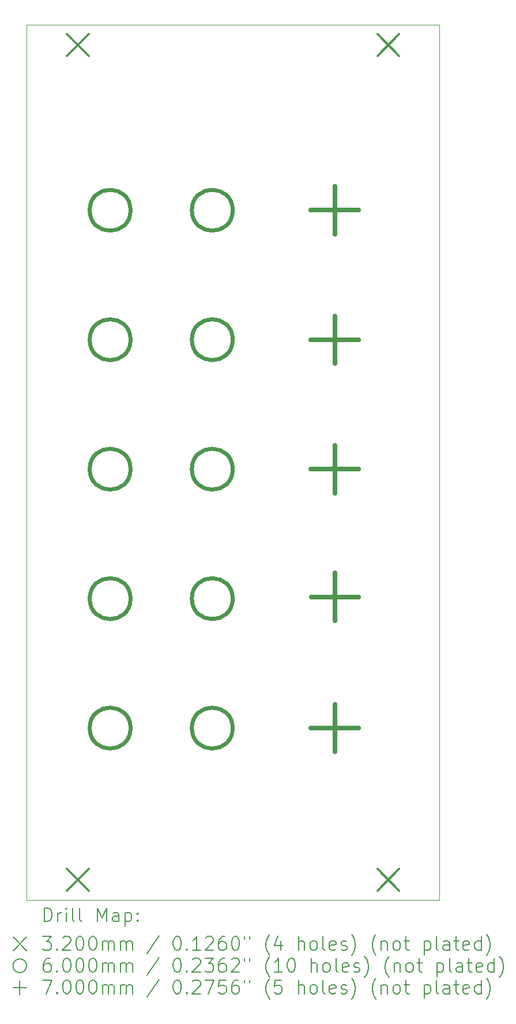
<source format=gbr>
%FSLAX45Y45*%
G04 Gerber Fmt 4.5, Leading zero omitted, Abs format (unit mm)*
G04 Created by KiCad (PCBNEW (6.0.4)) date 2023-11-12 13:57:50*
%MOMM*%
%LPD*%
G01*
G04 APERTURE LIST*
%TA.AperFunction,Profile*%
%ADD10C,0.050000*%
%TD*%
%ADD11C,0.200000*%
%ADD12C,0.320000*%
%ADD13C,0.600000*%
%ADD14C,0.700000*%
G04 APERTURE END LIST*
D10*
X6000000Y-3400000D02*
X12060000Y-3400000D01*
X12060000Y-3400000D02*
X12060000Y-16250000D01*
X12060000Y-16250000D02*
X6000000Y-16250000D01*
X6000000Y-16250000D02*
X6000000Y-3400000D01*
D11*
D12*
X6590000Y-3540000D02*
X6910000Y-3860000D01*
X6910000Y-3540000D02*
X6590000Y-3860000D01*
X6590000Y-15790000D02*
X6910000Y-16110000D01*
X6910000Y-15790000D02*
X6590000Y-16110000D01*
X11150000Y-3540000D02*
X11470000Y-3860000D01*
X11470000Y-3540000D02*
X11150000Y-3860000D01*
X11150000Y-15790000D02*
X11470000Y-16110000D01*
X11470000Y-15790000D02*
X11150000Y-16110000D01*
D13*
X7524256Y-6124256D02*
G75*
G03*
X7524256Y-6124256I-300000J0D01*
G01*
X7524256Y-8024256D02*
G75*
G03*
X7524256Y-8024256I-300000J0D01*
G01*
X7524256Y-9924257D02*
G75*
G03*
X7524256Y-9924257I-300000J0D01*
G01*
X7524256Y-11824256D02*
G75*
G03*
X7524256Y-11824256I-300000J0D01*
G01*
X7524256Y-13724256D02*
G75*
G03*
X7524256Y-13724256I-300000J0D01*
G01*
X9024257Y-6124256D02*
G75*
G03*
X9024257Y-6124256I-300000J0D01*
G01*
X9024257Y-8024256D02*
G75*
G03*
X9024257Y-8024256I-300000J0D01*
G01*
X9024257Y-9924257D02*
G75*
G03*
X9024257Y-9924257I-300000J0D01*
G01*
X9024257Y-11824256D02*
G75*
G03*
X9024257Y-11824256I-300000J0D01*
G01*
X9024257Y-13724256D02*
G75*
G03*
X9024257Y-13724256I-300000J0D01*
G01*
D14*
X10524257Y-5774256D02*
X10524257Y-6474256D01*
X10174257Y-6124256D02*
X10874257Y-6124256D01*
X10524257Y-7674256D02*
X10524257Y-8374256D01*
X10174257Y-8024256D02*
X10874257Y-8024256D01*
X10524257Y-9574257D02*
X10524257Y-10274257D01*
X10174257Y-9924257D02*
X10874257Y-9924257D01*
X10524257Y-13374256D02*
X10524257Y-14074256D01*
X10174257Y-13724256D02*
X10874257Y-13724256D01*
X10527083Y-11450000D02*
X10527083Y-12150000D01*
X10177083Y-11800000D02*
X10877083Y-11800000D01*
D11*
X6255119Y-16562976D02*
X6255119Y-16362976D01*
X6302738Y-16362976D01*
X6331309Y-16372500D01*
X6350357Y-16391548D01*
X6359881Y-16410595D01*
X6369405Y-16448690D01*
X6369405Y-16477262D01*
X6359881Y-16515357D01*
X6350357Y-16534405D01*
X6331309Y-16553452D01*
X6302738Y-16562976D01*
X6255119Y-16562976D01*
X6455119Y-16562976D02*
X6455119Y-16429643D01*
X6455119Y-16467738D02*
X6464643Y-16448690D01*
X6474167Y-16439167D01*
X6493214Y-16429643D01*
X6512262Y-16429643D01*
X6578928Y-16562976D02*
X6578928Y-16429643D01*
X6578928Y-16362976D02*
X6569405Y-16372500D01*
X6578928Y-16382024D01*
X6588452Y-16372500D01*
X6578928Y-16362976D01*
X6578928Y-16382024D01*
X6702738Y-16562976D02*
X6683690Y-16553452D01*
X6674167Y-16534405D01*
X6674167Y-16362976D01*
X6807500Y-16562976D02*
X6788452Y-16553452D01*
X6778928Y-16534405D01*
X6778928Y-16362976D01*
X7036071Y-16562976D02*
X7036071Y-16362976D01*
X7102738Y-16505833D01*
X7169405Y-16362976D01*
X7169405Y-16562976D01*
X7350357Y-16562976D02*
X7350357Y-16458214D01*
X7340833Y-16439167D01*
X7321786Y-16429643D01*
X7283690Y-16429643D01*
X7264643Y-16439167D01*
X7350357Y-16553452D02*
X7331309Y-16562976D01*
X7283690Y-16562976D01*
X7264643Y-16553452D01*
X7255119Y-16534405D01*
X7255119Y-16515357D01*
X7264643Y-16496309D01*
X7283690Y-16486786D01*
X7331309Y-16486786D01*
X7350357Y-16477262D01*
X7445595Y-16429643D02*
X7445595Y-16629643D01*
X7445595Y-16439167D02*
X7464643Y-16429643D01*
X7502738Y-16429643D01*
X7521786Y-16439167D01*
X7531309Y-16448690D01*
X7540833Y-16467738D01*
X7540833Y-16524881D01*
X7531309Y-16543928D01*
X7521786Y-16553452D01*
X7502738Y-16562976D01*
X7464643Y-16562976D01*
X7445595Y-16553452D01*
X7626548Y-16543928D02*
X7636071Y-16553452D01*
X7626548Y-16562976D01*
X7617024Y-16553452D01*
X7626548Y-16543928D01*
X7626548Y-16562976D01*
X7626548Y-16439167D02*
X7636071Y-16448690D01*
X7626548Y-16458214D01*
X7617024Y-16448690D01*
X7626548Y-16439167D01*
X7626548Y-16458214D01*
X5797500Y-16792500D02*
X5997500Y-16992500D01*
X5997500Y-16792500D02*
X5797500Y-16992500D01*
X6236071Y-16782976D02*
X6359881Y-16782976D01*
X6293214Y-16859167D01*
X6321786Y-16859167D01*
X6340833Y-16868690D01*
X6350357Y-16878214D01*
X6359881Y-16897262D01*
X6359881Y-16944881D01*
X6350357Y-16963929D01*
X6340833Y-16973452D01*
X6321786Y-16982976D01*
X6264643Y-16982976D01*
X6245595Y-16973452D01*
X6236071Y-16963929D01*
X6445595Y-16963929D02*
X6455119Y-16973452D01*
X6445595Y-16982976D01*
X6436071Y-16973452D01*
X6445595Y-16963929D01*
X6445595Y-16982976D01*
X6531309Y-16802024D02*
X6540833Y-16792500D01*
X6559881Y-16782976D01*
X6607500Y-16782976D01*
X6626548Y-16792500D01*
X6636071Y-16802024D01*
X6645595Y-16821071D01*
X6645595Y-16840119D01*
X6636071Y-16868690D01*
X6521786Y-16982976D01*
X6645595Y-16982976D01*
X6769405Y-16782976D02*
X6788452Y-16782976D01*
X6807500Y-16792500D01*
X6817024Y-16802024D01*
X6826548Y-16821071D01*
X6836071Y-16859167D01*
X6836071Y-16906786D01*
X6826548Y-16944881D01*
X6817024Y-16963929D01*
X6807500Y-16973452D01*
X6788452Y-16982976D01*
X6769405Y-16982976D01*
X6750357Y-16973452D01*
X6740833Y-16963929D01*
X6731309Y-16944881D01*
X6721786Y-16906786D01*
X6721786Y-16859167D01*
X6731309Y-16821071D01*
X6740833Y-16802024D01*
X6750357Y-16792500D01*
X6769405Y-16782976D01*
X6959881Y-16782976D02*
X6978928Y-16782976D01*
X6997976Y-16792500D01*
X7007500Y-16802024D01*
X7017024Y-16821071D01*
X7026548Y-16859167D01*
X7026548Y-16906786D01*
X7017024Y-16944881D01*
X7007500Y-16963929D01*
X6997976Y-16973452D01*
X6978928Y-16982976D01*
X6959881Y-16982976D01*
X6940833Y-16973452D01*
X6931309Y-16963929D01*
X6921786Y-16944881D01*
X6912262Y-16906786D01*
X6912262Y-16859167D01*
X6921786Y-16821071D01*
X6931309Y-16802024D01*
X6940833Y-16792500D01*
X6959881Y-16782976D01*
X7112262Y-16982976D02*
X7112262Y-16849643D01*
X7112262Y-16868690D02*
X7121786Y-16859167D01*
X7140833Y-16849643D01*
X7169405Y-16849643D01*
X7188452Y-16859167D01*
X7197976Y-16878214D01*
X7197976Y-16982976D01*
X7197976Y-16878214D02*
X7207500Y-16859167D01*
X7226548Y-16849643D01*
X7255119Y-16849643D01*
X7274167Y-16859167D01*
X7283690Y-16878214D01*
X7283690Y-16982976D01*
X7378928Y-16982976D02*
X7378928Y-16849643D01*
X7378928Y-16868690D02*
X7388452Y-16859167D01*
X7407500Y-16849643D01*
X7436071Y-16849643D01*
X7455119Y-16859167D01*
X7464643Y-16878214D01*
X7464643Y-16982976D01*
X7464643Y-16878214D02*
X7474167Y-16859167D01*
X7493214Y-16849643D01*
X7521786Y-16849643D01*
X7540833Y-16859167D01*
X7550357Y-16878214D01*
X7550357Y-16982976D01*
X7940833Y-16773452D02*
X7769405Y-17030595D01*
X8197976Y-16782976D02*
X8217024Y-16782976D01*
X8236071Y-16792500D01*
X8245595Y-16802024D01*
X8255119Y-16821071D01*
X8264643Y-16859167D01*
X8264643Y-16906786D01*
X8255119Y-16944881D01*
X8245595Y-16963929D01*
X8236071Y-16973452D01*
X8217024Y-16982976D01*
X8197976Y-16982976D01*
X8178928Y-16973452D01*
X8169405Y-16963929D01*
X8159881Y-16944881D01*
X8150357Y-16906786D01*
X8150357Y-16859167D01*
X8159881Y-16821071D01*
X8169405Y-16802024D01*
X8178928Y-16792500D01*
X8197976Y-16782976D01*
X8350357Y-16963929D02*
X8359881Y-16973452D01*
X8350357Y-16982976D01*
X8340833Y-16973452D01*
X8350357Y-16963929D01*
X8350357Y-16982976D01*
X8550357Y-16982976D02*
X8436071Y-16982976D01*
X8493214Y-16982976D02*
X8493214Y-16782976D01*
X8474167Y-16811548D01*
X8455119Y-16830595D01*
X8436071Y-16840119D01*
X8626548Y-16802024D02*
X8636071Y-16792500D01*
X8655119Y-16782976D01*
X8702738Y-16782976D01*
X8721786Y-16792500D01*
X8731310Y-16802024D01*
X8740833Y-16821071D01*
X8740833Y-16840119D01*
X8731310Y-16868690D01*
X8617024Y-16982976D01*
X8740833Y-16982976D01*
X8912262Y-16782976D02*
X8874167Y-16782976D01*
X8855119Y-16792500D01*
X8845595Y-16802024D01*
X8826548Y-16830595D01*
X8817024Y-16868690D01*
X8817024Y-16944881D01*
X8826548Y-16963929D01*
X8836071Y-16973452D01*
X8855119Y-16982976D01*
X8893214Y-16982976D01*
X8912262Y-16973452D01*
X8921786Y-16963929D01*
X8931310Y-16944881D01*
X8931310Y-16897262D01*
X8921786Y-16878214D01*
X8912262Y-16868690D01*
X8893214Y-16859167D01*
X8855119Y-16859167D01*
X8836071Y-16868690D01*
X8826548Y-16878214D01*
X8817024Y-16897262D01*
X9055119Y-16782976D02*
X9074167Y-16782976D01*
X9093214Y-16792500D01*
X9102738Y-16802024D01*
X9112262Y-16821071D01*
X9121786Y-16859167D01*
X9121786Y-16906786D01*
X9112262Y-16944881D01*
X9102738Y-16963929D01*
X9093214Y-16973452D01*
X9074167Y-16982976D01*
X9055119Y-16982976D01*
X9036071Y-16973452D01*
X9026548Y-16963929D01*
X9017024Y-16944881D01*
X9007500Y-16906786D01*
X9007500Y-16859167D01*
X9017024Y-16821071D01*
X9026548Y-16802024D01*
X9036071Y-16792500D01*
X9055119Y-16782976D01*
X9197976Y-16782976D02*
X9197976Y-16821071D01*
X9274167Y-16782976D02*
X9274167Y-16821071D01*
X9569405Y-17059167D02*
X9559881Y-17049643D01*
X9540833Y-17021071D01*
X9531310Y-17002024D01*
X9521786Y-16973452D01*
X9512262Y-16925833D01*
X9512262Y-16887738D01*
X9521786Y-16840119D01*
X9531310Y-16811548D01*
X9540833Y-16792500D01*
X9559881Y-16763928D01*
X9569405Y-16754405D01*
X9731310Y-16849643D02*
X9731310Y-16982976D01*
X9683690Y-16773452D02*
X9636071Y-16916310D01*
X9759881Y-16916310D01*
X9988452Y-16982976D02*
X9988452Y-16782976D01*
X10074167Y-16982976D02*
X10074167Y-16878214D01*
X10064643Y-16859167D01*
X10045595Y-16849643D01*
X10017024Y-16849643D01*
X9997976Y-16859167D01*
X9988452Y-16868690D01*
X10197976Y-16982976D02*
X10178929Y-16973452D01*
X10169405Y-16963929D01*
X10159881Y-16944881D01*
X10159881Y-16887738D01*
X10169405Y-16868690D01*
X10178929Y-16859167D01*
X10197976Y-16849643D01*
X10226548Y-16849643D01*
X10245595Y-16859167D01*
X10255119Y-16868690D01*
X10264643Y-16887738D01*
X10264643Y-16944881D01*
X10255119Y-16963929D01*
X10245595Y-16973452D01*
X10226548Y-16982976D01*
X10197976Y-16982976D01*
X10378929Y-16982976D02*
X10359881Y-16973452D01*
X10350357Y-16954405D01*
X10350357Y-16782976D01*
X10531310Y-16973452D02*
X10512262Y-16982976D01*
X10474167Y-16982976D01*
X10455119Y-16973452D01*
X10445595Y-16954405D01*
X10445595Y-16878214D01*
X10455119Y-16859167D01*
X10474167Y-16849643D01*
X10512262Y-16849643D01*
X10531310Y-16859167D01*
X10540833Y-16878214D01*
X10540833Y-16897262D01*
X10445595Y-16916310D01*
X10617024Y-16973452D02*
X10636071Y-16982976D01*
X10674167Y-16982976D01*
X10693214Y-16973452D01*
X10702738Y-16954405D01*
X10702738Y-16944881D01*
X10693214Y-16925833D01*
X10674167Y-16916310D01*
X10645595Y-16916310D01*
X10626548Y-16906786D01*
X10617024Y-16887738D01*
X10617024Y-16878214D01*
X10626548Y-16859167D01*
X10645595Y-16849643D01*
X10674167Y-16849643D01*
X10693214Y-16859167D01*
X10769405Y-17059167D02*
X10778929Y-17049643D01*
X10797976Y-17021071D01*
X10807500Y-17002024D01*
X10817024Y-16973452D01*
X10826548Y-16925833D01*
X10826548Y-16887738D01*
X10817024Y-16840119D01*
X10807500Y-16811548D01*
X10797976Y-16792500D01*
X10778929Y-16763928D01*
X10769405Y-16754405D01*
X11131310Y-17059167D02*
X11121786Y-17049643D01*
X11102738Y-17021071D01*
X11093214Y-17002024D01*
X11083690Y-16973452D01*
X11074167Y-16925833D01*
X11074167Y-16887738D01*
X11083690Y-16840119D01*
X11093214Y-16811548D01*
X11102738Y-16792500D01*
X11121786Y-16763928D01*
X11131310Y-16754405D01*
X11207500Y-16849643D02*
X11207500Y-16982976D01*
X11207500Y-16868690D02*
X11217024Y-16859167D01*
X11236071Y-16849643D01*
X11264643Y-16849643D01*
X11283690Y-16859167D01*
X11293214Y-16878214D01*
X11293214Y-16982976D01*
X11417024Y-16982976D02*
X11397976Y-16973452D01*
X11388452Y-16963929D01*
X11378928Y-16944881D01*
X11378928Y-16887738D01*
X11388452Y-16868690D01*
X11397976Y-16859167D01*
X11417024Y-16849643D01*
X11445595Y-16849643D01*
X11464643Y-16859167D01*
X11474167Y-16868690D01*
X11483690Y-16887738D01*
X11483690Y-16944881D01*
X11474167Y-16963929D01*
X11464643Y-16973452D01*
X11445595Y-16982976D01*
X11417024Y-16982976D01*
X11540833Y-16849643D02*
X11617024Y-16849643D01*
X11569405Y-16782976D02*
X11569405Y-16954405D01*
X11578928Y-16973452D01*
X11597976Y-16982976D01*
X11617024Y-16982976D01*
X11836071Y-16849643D02*
X11836071Y-17049643D01*
X11836071Y-16859167D02*
X11855119Y-16849643D01*
X11893214Y-16849643D01*
X11912262Y-16859167D01*
X11921786Y-16868690D01*
X11931309Y-16887738D01*
X11931309Y-16944881D01*
X11921786Y-16963929D01*
X11912262Y-16973452D01*
X11893214Y-16982976D01*
X11855119Y-16982976D01*
X11836071Y-16973452D01*
X12045595Y-16982976D02*
X12026548Y-16973452D01*
X12017024Y-16954405D01*
X12017024Y-16782976D01*
X12207500Y-16982976D02*
X12207500Y-16878214D01*
X12197976Y-16859167D01*
X12178928Y-16849643D01*
X12140833Y-16849643D01*
X12121786Y-16859167D01*
X12207500Y-16973452D02*
X12188452Y-16982976D01*
X12140833Y-16982976D01*
X12121786Y-16973452D01*
X12112262Y-16954405D01*
X12112262Y-16935357D01*
X12121786Y-16916310D01*
X12140833Y-16906786D01*
X12188452Y-16906786D01*
X12207500Y-16897262D01*
X12274167Y-16849643D02*
X12350357Y-16849643D01*
X12302738Y-16782976D02*
X12302738Y-16954405D01*
X12312262Y-16973452D01*
X12331309Y-16982976D01*
X12350357Y-16982976D01*
X12493214Y-16973452D02*
X12474167Y-16982976D01*
X12436071Y-16982976D01*
X12417024Y-16973452D01*
X12407500Y-16954405D01*
X12407500Y-16878214D01*
X12417024Y-16859167D01*
X12436071Y-16849643D01*
X12474167Y-16849643D01*
X12493214Y-16859167D01*
X12502738Y-16878214D01*
X12502738Y-16897262D01*
X12407500Y-16916310D01*
X12674167Y-16982976D02*
X12674167Y-16782976D01*
X12674167Y-16973452D02*
X12655119Y-16982976D01*
X12617024Y-16982976D01*
X12597976Y-16973452D01*
X12588452Y-16963929D01*
X12578928Y-16944881D01*
X12578928Y-16887738D01*
X12588452Y-16868690D01*
X12597976Y-16859167D01*
X12617024Y-16849643D01*
X12655119Y-16849643D01*
X12674167Y-16859167D01*
X12750357Y-17059167D02*
X12759881Y-17049643D01*
X12778928Y-17021071D01*
X12788452Y-17002024D01*
X12797976Y-16973452D01*
X12807500Y-16925833D01*
X12807500Y-16887738D01*
X12797976Y-16840119D01*
X12788452Y-16811548D01*
X12778928Y-16792500D01*
X12759881Y-16763928D01*
X12750357Y-16754405D01*
X5997500Y-17212500D02*
G75*
G03*
X5997500Y-17212500I-100000J0D01*
G01*
X6340833Y-17102976D02*
X6302738Y-17102976D01*
X6283690Y-17112500D01*
X6274167Y-17122024D01*
X6255119Y-17150595D01*
X6245595Y-17188690D01*
X6245595Y-17264881D01*
X6255119Y-17283929D01*
X6264643Y-17293452D01*
X6283690Y-17302976D01*
X6321786Y-17302976D01*
X6340833Y-17293452D01*
X6350357Y-17283929D01*
X6359881Y-17264881D01*
X6359881Y-17217262D01*
X6350357Y-17198214D01*
X6340833Y-17188690D01*
X6321786Y-17179167D01*
X6283690Y-17179167D01*
X6264643Y-17188690D01*
X6255119Y-17198214D01*
X6245595Y-17217262D01*
X6445595Y-17283929D02*
X6455119Y-17293452D01*
X6445595Y-17302976D01*
X6436071Y-17293452D01*
X6445595Y-17283929D01*
X6445595Y-17302976D01*
X6578928Y-17102976D02*
X6597976Y-17102976D01*
X6617024Y-17112500D01*
X6626548Y-17122024D01*
X6636071Y-17141071D01*
X6645595Y-17179167D01*
X6645595Y-17226786D01*
X6636071Y-17264881D01*
X6626548Y-17283929D01*
X6617024Y-17293452D01*
X6597976Y-17302976D01*
X6578928Y-17302976D01*
X6559881Y-17293452D01*
X6550357Y-17283929D01*
X6540833Y-17264881D01*
X6531309Y-17226786D01*
X6531309Y-17179167D01*
X6540833Y-17141071D01*
X6550357Y-17122024D01*
X6559881Y-17112500D01*
X6578928Y-17102976D01*
X6769405Y-17102976D02*
X6788452Y-17102976D01*
X6807500Y-17112500D01*
X6817024Y-17122024D01*
X6826548Y-17141071D01*
X6836071Y-17179167D01*
X6836071Y-17226786D01*
X6826548Y-17264881D01*
X6817024Y-17283929D01*
X6807500Y-17293452D01*
X6788452Y-17302976D01*
X6769405Y-17302976D01*
X6750357Y-17293452D01*
X6740833Y-17283929D01*
X6731309Y-17264881D01*
X6721786Y-17226786D01*
X6721786Y-17179167D01*
X6731309Y-17141071D01*
X6740833Y-17122024D01*
X6750357Y-17112500D01*
X6769405Y-17102976D01*
X6959881Y-17102976D02*
X6978928Y-17102976D01*
X6997976Y-17112500D01*
X7007500Y-17122024D01*
X7017024Y-17141071D01*
X7026548Y-17179167D01*
X7026548Y-17226786D01*
X7017024Y-17264881D01*
X7007500Y-17283929D01*
X6997976Y-17293452D01*
X6978928Y-17302976D01*
X6959881Y-17302976D01*
X6940833Y-17293452D01*
X6931309Y-17283929D01*
X6921786Y-17264881D01*
X6912262Y-17226786D01*
X6912262Y-17179167D01*
X6921786Y-17141071D01*
X6931309Y-17122024D01*
X6940833Y-17112500D01*
X6959881Y-17102976D01*
X7112262Y-17302976D02*
X7112262Y-17169643D01*
X7112262Y-17188690D02*
X7121786Y-17179167D01*
X7140833Y-17169643D01*
X7169405Y-17169643D01*
X7188452Y-17179167D01*
X7197976Y-17198214D01*
X7197976Y-17302976D01*
X7197976Y-17198214D02*
X7207500Y-17179167D01*
X7226548Y-17169643D01*
X7255119Y-17169643D01*
X7274167Y-17179167D01*
X7283690Y-17198214D01*
X7283690Y-17302976D01*
X7378928Y-17302976D02*
X7378928Y-17169643D01*
X7378928Y-17188690D02*
X7388452Y-17179167D01*
X7407500Y-17169643D01*
X7436071Y-17169643D01*
X7455119Y-17179167D01*
X7464643Y-17198214D01*
X7464643Y-17302976D01*
X7464643Y-17198214D02*
X7474167Y-17179167D01*
X7493214Y-17169643D01*
X7521786Y-17169643D01*
X7540833Y-17179167D01*
X7550357Y-17198214D01*
X7550357Y-17302976D01*
X7940833Y-17093452D02*
X7769405Y-17350595D01*
X8197976Y-17102976D02*
X8217024Y-17102976D01*
X8236071Y-17112500D01*
X8245595Y-17122024D01*
X8255119Y-17141071D01*
X8264643Y-17179167D01*
X8264643Y-17226786D01*
X8255119Y-17264881D01*
X8245595Y-17283929D01*
X8236071Y-17293452D01*
X8217024Y-17302976D01*
X8197976Y-17302976D01*
X8178928Y-17293452D01*
X8169405Y-17283929D01*
X8159881Y-17264881D01*
X8150357Y-17226786D01*
X8150357Y-17179167D01*
X8159881Y-17141071D01*
X8169405Y-17122024D01*
X8178928Y-17112500D01*
X8197976Y-17102976D01*
X8350357Y-17283929D02*
X8359881Y-17293452D01*
X8350357Y-17302976D01*
X8340833Y-17293452D01*
X8350357Y-17283929D01*
X8350357Y-17302976D01*
X8436071Y-17122024D02*
X8445595Y-17112500D01*
X8464643Y-17102976D01*
X8512262Y-17102976D01*
X8531310Y-17112500D01*
X8540833Y-17122024D01*
X8550357Y-17141071D01*
X8550357Y-17160119D01*
X8540833Y-17188690D01*
X8426548Y-17302976D01*
X8550357Y-17302976D01*
X8617024Y-17102976D02*
X8740833Y-17102976D01*
X8674167Y-17179167D01*
X8702738Y-17179167D01*
X8721786Y-17188690D01*
X8731310Y-17198214D01*
X8740833Y-17217262D01*
X8740833Y-17264881D01*
X8731310Y-17283929D01*
X8721786Y-17293452D01*
X8702738Y-17302976D01*
X8645595Y-17302976D01*
X8626548Y-17293452D01*
X8617024Y-17283929D01*
X8912262Y-17102976D02*
X8874167Y-17102976D01*
X8855119Y-17112500D01*
X8845595Y-17122024D01*
X8826548Y-17150595D01*
X8817024Y-17188690D01*
X8817024Y-17264881D01*
X8826548Y-17283929D01*
X8836071Y-17293452D01*
X8855119Y-17302976D01*
X8893214Y-17302976D01*
X8912262Y-17293452D01*
X8921786Y-17283929D01*
X8931310Y-17264881D01*
X8931310Y-17217262D01*
X8921786Y-17198214D01*
X8912262Y-17188690D01*
X8893214Y-17179167D01*
X8855119Y-17179167D01*
X8836071Y-17188690D01*
X8826548Y-17198214D01*
X8817024Y-17217262D01*
X9007500Y-17122024D02*
X9017024Y-17112500D01*
X9036071Y-17102976D01*
X9083690Y-17102976D01*
X9102738Y-17112500D01*
X9112262Y-17122024D01*
X9121786Y-17141071D01*
X9121786Y-17160119D01*
X9112262Y-17188690D01*
X8997976Y-17302976D01*
X9121786Y-17302976D01*
X9197976Y-17102976D02*
X9197976Y-17141071D01*
X9274167Y-17102976D02*
X9274167Y-17141071D01*
X9569405Y-17379167D02*
X9559881Y-17369643D01*
X9540833Y-17341071D01*
X9531310Y-17322024D01*
X9521786Y-17293452D01*
X9512262Y-17245833D01*
X9512262Y-17207738D01*
X9521786Y-17160119D01*
X9531310Y-17131548D01*
X9540833Y-17112500D01*
X9559881Y-17083929D01*
X9569405Y-17074405D01*
X9750357Y-17302976D02*
X9636071Y-17302976D01*
X9693214Y-17302976D02*
X9693214Y-17102976D01*
X9674167Y-17131548D01*
X9655119Y-17150595D01*
X9636071Y-17160119D01*
X9874167Y-17102976D02*
X9893214Y-17102976D01*
X9912262Y-17112500D01*
X9921786Y-17122024D01*
X9931310Y-17141071D01*
X9940833Y-17179167D01*
X9940833Y-17226786D01*
X9931310Y-17264881D01*
X9921786Y-17283929D01*
X9912262Y-17293452D01*
X9893214Y-17302976D01*
X9874167Y-17302976D01*
X9855119Y-17293452D01*
X9845595Y-17283929D01*
X9836071Y-17264881D01*
X9826548Y-17226786D01*
X9826548Y-17179167D01*
X9836071Y-17141071D01*
X9845595Y-17122024D01*
X9855119Y-17112500D01*
X9874167Y-17102976D01*
X10178929Y-17302976D02*
X10178929Y-17102976D01*
X10264643Y-17302976D02*
X10264643Y-17198214D01*
X10255119Y-17179167D01*
X10236071Y-17169643D01*
X10207500Y-17169643D01*
X10188452Y-17179167D01*
X10178929Y-17188690D01*
X10388452Y-17302976D02*
X10369405Y-17293452D01*
X10359881Y-17283929D01*
X10350357Y-17264881D01*
X10350357Y-17207738D01*
X10359881Y-17188690D01*
X10369405Y-17179167D01*
X10388452Y-17169643D01*
X10417024Y-17169643D01*
X10436071Y-17179167D01*
X10445595Y-17188690D01*
X10455119Y-17207738D01*
X10455119Y-17264881D01*
X10445595Y-17283929D01*
X10436071Y-17293452D01*
X10417024Y-17302976D01*
X10388452Y-17302976D01*
X10569405Y-17302976D02*
X10550357Y-17293452D01*
X10540833Y-17274405D01*
X10540833Y-17102976D01*
X10721786Y-17293452D02*
X10702738Y-17302976D01*
X10664643Y-17302976D01*
X10645595Y-17293452D01*
X10636071Y-17274405D01*
X10636071Y-17198214D01*
X10645595Y-17179167D01*
X10664643Y-17169643D01*
X10702738Y-17169643D01*
X10721786Y-17179167D01*
X10731310Y-17198214D01*
X10731310Y-17217262D01*
X10636071Y-17236310D01*
X10807500Y-17293452D02*
X10826548Y-17302976D01*
X10864643Y-17302976D01*
X10883690Y-17293452D01*
X10893214Y-17274405D01*
X10893214Y-17264881D01*
X10883690Y-17245833D01*
X10864643Y-17236310D01*
X10836071Y-17236310D01*
X10817024Y-17226786D01*
X10807500Y-17207738D01*
X10807500Y-17198214D01*
X10817024Y-17179167D01*
X10836071Y-17169643D01*
X10864643Y-17169643D01*
X10883690Y-17179167D01*
X10959881Y-17379167D02*
X10969405Y-17369643D01*
X10988452Y-17341071D01*
X10997976Y-17322024D01*
X11007500Y-17293452D01*
X11017024Y-17245833D01*
X11017024Y-17207738D01*
X11007500Y-17160119D01*
X10997976Y-17131548D01*
X10988452Y-17112500D01*
X10969405Y-17083929D01*
X10959881Y-17074405D01*
X11321786Y-17379167D02*
X11312262Y-17369643D01*
X11293214Y-17341071D01*
X11283690Y-17322024D01*
X11274167Y-17293452D01*
X11264643Y-17245833D01*
X11264643Y-17207738D01*
X11274167Y-17160119D01*
X11283690Y-17131548D01*
X11293214Y-17112500D01*
X11312262Y-17083929D01*
X11321786Y-17074405D01*
X11397976Y-17169643D02*
X11397976Y-17302976D01*
X11397976Y-17188690D02*
X11407500Y-17179167D01*
X11426548Y-17169643D01*
X11455119Y-17169643D01*
X11474167Y-17179167D01*
X11483690Y-17198214D01*
X11483690Y-17302976D01*
X11607500Y-17302976D02*
X11588452Y-17293452D01*
X11578928Y-17283929D01*
X11569405Y-17264881D01*
X11569405Y-17207738D01*
X11578928Y-17188690D01*
X11588452Y-17179167D01*
X11607500Y-17169643D01*
X11636071Y-17169643D01*
X11655119Y-17179167D01*
X11664643Y-17188690D01*
X11674167Y-17207738D01*
X11674167Y-17264881D01*
X11664643Y-17283929D01*
X11655119Y-17293452D01*
X11636071Y-17302976D01*
X11607500Y-17302976D01*
X11731309Y-17169643D02*
X11807500Y-17169643D01*
X11759881Y-17102976D02*
X11759881Y-17274405D01*
X11769405Y-17293452D01*
X11788452Y-17302976D01*
X11807500Y-17302976D01*
X12026548Y-17169643D02*
X12026548Y-17369643D01*
X12026548Y-17179167D02*
X12045595Y-17169643D01*
X12083690Y-17169643D01*
X12102738Y-17179167D01*
X12112262Y-17188690D01*
X12121786Y-17207738D01*
X12121786Y-17264881D01*
X12112262Y-17283929D01*
X12102738Y-17293452D01*
X12083690Y-17302976D01*
X12045595Y-17302976D01*
X12026548Y-17293452D01*
X12236071Y-17302976D02*
X12217024Y-17293452D01*
X12207500Y-17274405D01*
X12207500Y-17102976D01*
X12397976Y-17302976D02*
X12397976Y-17198214D01*
X12388452Y-17179167D01*
X12369405Y-17169643D01*
X12331309Y-17169643D01*
X12312262Y-17179167D01*
X12397976Y-17293452D02*
X12378928Y-17302976D01*
X12331309Y-17302976D01*
X12312262Y-17293452D01*
X12302738Y-17274405D01*
X12302738Y-17255357D01*
X12312262Y-17236310D01*
X12331309Y-17226786D01*
X12378928Y-17226786D01*
X12397976Y-17217262D01*
X12464643Y-17169643D02*
X12540833Y-17169643D01*
X12493214Y-17102976D02*
X12493214Y-17274405D01*
X12502738Y-17293452D01*
X12521786Y-17302976D01*
X12540833Y-17302976D01*
X12683690Y-17293452D02*
X12664643Y-17302976D01*
X12626548Y-17302976D01*
X12607500Y-17293452D01*
X12597976Y-17274405D01*
X12597976Y-17198214D01*
X12607500Y-17179167D01*
X12626548Y-17169643D01*
X12664643Y-17169643D01*
X12683690Y-17179167D01*
X12693214Y-17198214D01*
X12693214Y-17217262D01*
X12597976Y-17236310D01*
X12864643Y-17302976D02*
X12864643Y-17102976D01*
X12864643Y-17293452D02*
X12845595Y-17302976D01*
X12807500Y-17302976D01*
X12788452Y-17293452D01*
X12778928Y-17283929D01*
X12769405Y-17264881D01*
X12769405Y-17207738D01*
X12778928Y-17188690D01*
X12788452Y-17179167D01*
X12807500Y-17169643D01*
X12845595Y-17169643D01*
X12864643Y-17179167D01*
X12940833Y-17379167D02*
X12950357Y-17369643D01*
X12969405Y-17341071D01*
X12978928Y-17322024D01*
X12988452Y-17293452D01*
X12997976Y-17245833D01*
X12997976Y-17207738D01*
X12988452Y-17160119D01*
X12978928Y-17131548D01*
X12969405Y-17112500D01*
X12950357Y-17083929D01*
X12940833Y-17074405D01*
X5897500Y-17432500D02*
X5897500Y-17632500D01*
X5797500Y-17532500D02*
X5997500Y-17532500D01*
X6236071Y-17422976D02*
X6369405Y-17422976D01*
X6283690Y-17622976D01*
X6445595Y-17603929D02*
X6455119Y-17613452D01*
X6445595Y-17622976D01*
X6436071Y-17613452D01*
X6445595Y-17603929D01*
X6445595Y-17622976D01*
X6578928Y-17422976D02*
X6597976Y-17422976D01*
X6617024Y-17432500D01*
X6626548Y-17442024D01*
X6636071Y-17461071D01*
X6645595Y-17499167D01*
X6645595Y-17546786D01*
X6636071Y-17584881D01*
X6626548Y-17603929D01*
X6617024Y-17613452D01*
X6597976Y-17622976D01*
X6578928Y-17622976D01*
X6559881Y-17613452D01*
X6550357Y-17603929D01*
X6540833Y-17584881D01*
X6531309Y-17546786D01*
X6531309Y-17499167D01*
X6540833Y-17461071D01*
X6550357Y-17442024D01*
X6559881Y-17432500D01*
X6578928Y-17422976D01*
X6769405Y-17422976D02*
X6788452Y-17422976D01*
X6807500Y-17432500D01*
X6817024Y-17442024D01*
X6826548Y-17461071D01*
X6836071Y-17499167D01*
X6836071Y-17546786D01*
X6826548Y-17584881D01*
X6817024Y-17603929D01*
X6807500Y-17613452D01*
X6788452Y-17622976D01*
X6769405Y-17622976D01*
X6750357Y-17613452D01*
X6740833Y-17603929D01*
X6731309Y-17584881D01*
X6721786Y-17546786D01*
X6721786Y-17499167D01*
X6731309Y-17461071D01*
X6740833Y-17442024D01*
X6750357Y-17432500D01*
X6769405Y-17422976D01*
X6959881Y-17422976D02*
X6978928Y-17422976D01*
X6997976Y-17432500D01*
X7007500Y-17442024D01*
X7017024Y-17461071D01*
X7026548Y-17499167D01*
X7026548Y-17546786D01*
X7017024Y-17584881D01*
X7007500Y-17603929D01*
X6997976Y-17613452D01*
X6978928Y-17622976D01*
X6959881Y-17622976D01*
X6940833Y-17613452D01*
X6931309Y-17603929D01*
X6921786Y-17584881D01*
X6912262Y-17546786D01*
X6912262Y-17499167D01*
X6921786Y-17461071D01*
X6931309Y-17442024D01*
X6940833Y-17432500D01*
X6959881Y-17422976D01*
X7112262Y-17622976D02*
X7112262Y-17489643D01*
X7112262Y-17508690D02*
X7121786Y-17499167D01*
X7140833Y-17489643D01*
X7169405Y-17489643D01*
X7188452Y-17499167D01*
X7197976Y-17518214D01*
X7197976Y-17622976D01*
X7197976Y-17518214D02*
X7207500Y-17499167D01*
X7226548Y-17489643D01*
X7255119Y-17489643D01*
X7274167Y-17499167D01*
X7283690Y-17518214D01*
X7283690Y-17622976D01*
X7378928Y-17622976D02*
X7378928Y-17489643D01*
X7378928Y-17508690D02*
X7388452Y-17499167D01*
X7407500Y-17489643D01*
X7436071Y-17489643D01*
X7455119Y-17499167D01*
X7464643Y-17518214D01*
X7464643Y-17622976D01*
X7464643Y-17518214D02*
X7474167Y-17499167D01*
X7493214Y-17489643D01*
X7521786Y-17489643D01*
X7540833Y-17499167D01*
X7550357Y-17518214D01*
X7550357Y-17622976D01*
X7940833Y-17413452D02*
X7769405Y-17670595D01*
X8197976Y-17422976D02*
X8217024Y-17422976D01*
X8236071Y-17432500D01*
X8245595Y-17442024D01*
X8255119Y-17461071D01*
X8264643Y-17499167D01*
X8264643Y-17546786D01*
X8255119Y-17584881D01*
X8245595Y-17603929D01*
X8236071Y-17613452D01*
X8217024Y-17622976D01*
X8197976Y-17622976D01*
X8178928Y-17613452D01*
X8169405Y-17603929D01*
X8159881Y-17584881D01*
X8150357Y-17546786D01*
X8150357Y-17499167D01*
X8159881Y-17461071D01*
X8169405Y-17442024D01*
X8178928Y-17432500D01*
X8197976Y-17422976D01*
X8350357Y-17603929D02*
X8359881Y-17613452D01*
X8350357Y-17622976D01*
X8340833Y-17613452D01*
X8350357Y-17603929D01*
X8350357Y-17622976D01*
X8436071Y-17442024D02*
X8445595Y-17432500D01*
X8464643Y-17422976D01*
X8512262Y-17422976D01*
X8531310Y-17432500D01*
X8540833Y-17442024D01*
X8550357Y-17461071D01*
X8550357Y-17480119D01*
X8540833Y-17508690D01*
X8426548Y-17622976D01*
X8550357Y-17622976D01*
X8617024Y-17422976D02*
X8750357Y-17422976D01*
X8664643Y-17622976D01*
X8921786Y-17422976D02*
X8826548Y-17422976D01*
X8817024Y-17518214D01*
X8826548Y-17508690D01*
X8845595Y-17499167D01*
X8893214Y-17499167D01*
X8912262Y-17508690D01*
X8921786Y-17518214D01*
X8931310Y-17537262D01*
X8931310Y-17584881D01*
X8921786Y-17603929D01*
X8912262Y-17613452D01*
X8893214Y-17622976D01*
X8845595Y-17622976D01*
X8826548Y-17613452D01*
X8817024Y-17603929D01*
X9102738Y-17422976D02*
X9064643Y-17422976D01*
X9045595Y-17432500D01*
X9036071Y-17442024D01*
X9017024Y-17470595D01*
X9007500Y-17508690D01*
X9007500Y-17584881D01*
X9017024Y-17603929D01*
X9026548Y-17613452D01*
X9045595Y-17622976D01*
X9083690Y-17622976D01*
X9102738Y-17613452D01*
X9112262Y-17603929D01*
X9121786Y-17584881D01*
X9121786Y-17537262D01*
X9112262Y-17518214D01*
X9102738Y-17508690D01*
X9083690Y-17499167D01*
X9045595Y-17499167D01*
X9026548Y-17508690D01*
X9017024Y-17518214D01*
X9007500Y-17537262D01*
X9197976Y-17422976D02*
X9197976Y-17461071D01*
X9274167Y-17422976D02*
X9274167Y-17461071D01*
X9569405Y-17699167D02*
X9559881Y-17689643D01*
X9540833Y-17661071D01*
X9531310Y-17642024D01*
X9521786Y-17613452D01*
X9512262Y-17565833D01*
X9512262Y-17527738D01*
X9521786Y-17480119D01*
X9531310Y-17451548D01*
X9540833Y-17432500D01*
X9559881Y-17403929D01*
X9569405Y-17394405D01*
X9740833Y-17422976D02*
X9645595Y-17422976D01*
X9636071Y-17518214D01*
X9645595Y-17508690D01*
X9664643Y-17499167D01*
X9712262Y-17499167D01*
X9731310Y-17508690D01*
X9740833Y-17518214D01*
X9750357Y-17537262D01*
X9750357Y-17584881D01*
X9740833Y-17603929D01*
X9731310Y-17613452D01*
X9712262Y-17622976D01*
X9664643Y-17622976D01*
X9645595Y-17613452D01*
X9636071Y-17603929D01*
X9988452Y-17622976D02*
X9988452Y-17422976D01*
X10074167Y-17622976D02*
X10074167Y-17518214D01*
X10064643Y-17499167D01*
X10045595Y-17489643D01*
X10017024Y-17489643D01*
X9997976Y-17499167D01*
X9988452Y-17508690D01*
X10197976Y-17622976D02*
X10178929Y-17613452D01*
X10169405Y-17603929D01*
X10159881Y-17584881D01*
X10159881Y-17527738D01*
X10169405Y-17508690D01*
X10178929Y-17499167D01*
X10197976Y-17489643D01*
X10226548Y-17489643D01*
X10245595Y-17499167D01*
X10255119Y-17508690D01*
X10264643Y-17527738D01*
X10264643Y-17584881D01*
X10255119Y-17603929D01*
X10245595Y-17613452D01*
X10226548Y-17622976D01*
X10197976Y-17622976D01*
X10378929Y-17622976D02*
X10359881Y-17613452D01*
X10350357Y-17594405D01*
X10350357Y-17422976D01*
X10531310Y-17613452D02*
X10512262Y-17622976D01*
X10474167Y-17622976D01*
X10455119Y-17613452D01*
X10445595Y-17594405D01*
X10445595Y-17518214D01*
X10455119Y-17499167D01*
X10474167Y-17489643D01*
X10512262Y-17489643D01*
X10531310Y-17499167D01*
X10540833Y-17518214D01*
X10540833Y-17537262D01*
X10445595Y-17556310D01*
X10617024Y-17613452D02*
X10636071Y-17622976D01*
X10674167Y-17622976D01*
X10693214Y-17613452D01*
X10702738Y-17594405D01*
X10702738Y-17584881D01*
X10693214Y-17565833D01*
X10674167Y-17556310D01*
X10645595Y-17556310D01*
X10626548Y-17546786D01*
X10617024Y-17527738D01*
X10617024Y-17518214D01*
X10626548Y-17499167D01*
X10645595Y-17489643D01*
X10674167Y-17489643D01*
X10693214Y-17499167D01*
X10769405Y-17699167D02*
X10778929Y-17689643D01*
X10797976Y-17661071D01*
X10807500Y-17642024D01*
X10817024Y-17613452D01*
X10826548Y-17565833D01*
X10826548Y-17527738D01*
X10817024Y-17480119D01*
X10807500Y-17451548D01*
X10797976Y-17432500D01*
X10778929Y-17403929D01*
X10769405Y-17394405D01*
X11131310Y-17699167D02*
X11121786Y-17689643D01*
X11102738Y-17661071D01*
X11093214Y-17642024D01*
X11083690Y-17613452D01*
X11074167Y-17565833D01*
X11074167Y-17527738D01*
X11083690Y-17480119D01*
X11093214Y-17451548D01*
X11102738Y-17432500D01*
X11121786Y-17403929D01*
X11131310Y-17394405D01*
X11207500Y-17489643D02*
X11207500Y-17622976D01*
X11207500Y-17508690D02*
X11217024Y-17499167D01*
X11236071Y-17489643D01*
X11264643Y-17489643D01*
X11283690Y-17499167D01*
X11293214Y-17518214D01*
X11293214Y-17622976D01*
X11417024Y-17622976D02*
X11397976Y-17613452D01*
X11388452Y-17603929D01*
X11378928Y-17584881D01*
X11378928Y-17527738D01*
X11388452Y-17508690D01*
X11397976Y-17499167D01*
X11417024Y-17489643D01*
X11445595Y-17489643D01*
X11464643Y-17499167D01*
X11474167Y-17508690D01*
X11483690Y-17527738D01*
X11483690Y-17584881D01*
X11474167Y-17603929D01*
X11464643Y-17613452D01*
X11445595Y-17622976D01*
X11417024Y-17622976D01*
X11540833Y-17489643D02*
X11617024Y-17489643D01*
X11569405Y-17422976D02*
X11569405Y-17594405D01*
X11578928Y-17613452D01*
X11597976Y-17622976D01*
X11617024Y-17622976D01*
X11836071Y-17489643D02*
X11836071Y-17689643D01*
X11836071Y-17499167D02*
X11855119Y-17489643D01*
X11893214Y-17489643D01*
X11912262Y-17499167D01*
X11921786Y-17508690D01*
X11931309Y-17527738D01*
X11931309Y-17584881D01*
X11921786Y-17603929D01*
X11912262Y-17613452D01*
X11893214Y-17622976D01*
X11855119Y-17622976D01*
X11836071Y-17613452D01*
X12045595Y-17622976D02*
X12026548Y-17613452D01*
X12017024Y-17594405D01*
X12017024Y-17422976D01*
X12207500Y-17622976D02*
X12207500Y-17518214D01*
X12197976Y-17499167D01*
X12178928Y-17489643D01*
X12140833Y-17489643D01*
X12121786Y-17499167D01*
X12207500Y-17613452D02*
X12188452Y-17622976D01*
X12140833Y-17622976D01*
X12121786Y-17613452D01*
X12112262Y-17594405D01*
X12112262Y-17575357D01*
X12121786Y-17556310D01*
X12140833Y-17546786D01*
X12188452Y-17546786D01*
X12207500Y-17537262D01*
X12274167Y-17489643D02*
X12350357Y-17489643D01*
X12302738Y-17422976D02*
X12302738Y-17594405D01*
X12312262Y-17613452D01*
X12331309Y-17622976D01*
X12350357Y-17622976D01*
X12493214Y-17613452D02*
X12474167Y-17622976D01*
X12436071Y-17622976D01*
X12417024Y-17613452D01*
X12407500Y-17594405D01*
X12407500Y-17518214D01*
X12417024Y-17499167D01*
X12436071Y-17489643D01*
X12474167Y-17489643D01*
X12493214Y-17499167D01*
X12502738Y-17518214D01*
X12502738Y-17537262D01*
X12407500Y-17556310D01*
X12674167Y-17622976D02*
X12674167Y-17422976D01*
X12674167Y-17613452D02*
X12655119Y-17622976D01*
X12617024Y-17622976D01*
X12597976Y-17613452D01*
X12588452Y-17603929D01*
X12578928Y-17584881D01*
X12578928Y-17527738D01*
X12588452Y-17508690D01*
X12597976Y-17499167D01*
X12617024Y-17489643D01*
X12655119Y-17489643D01*
X12674167Y-17499167D01*
X12750357Y-17699167D02*
X12759881Y-17689643D01*
X12778928Y-17661071D01*
X12788452Y-17642024D01*
X12797976Y-17613452D01*
X12807500Y-17565833D01*
X12807500Y-17527738D01*
X12797976Y-17480119D01*
X12788452Y-17451548D01*
X12778928Y-17432500D01*
X12759881Y-17403929D01*
X12750357Y-17394405D01*
M02*

</source>
